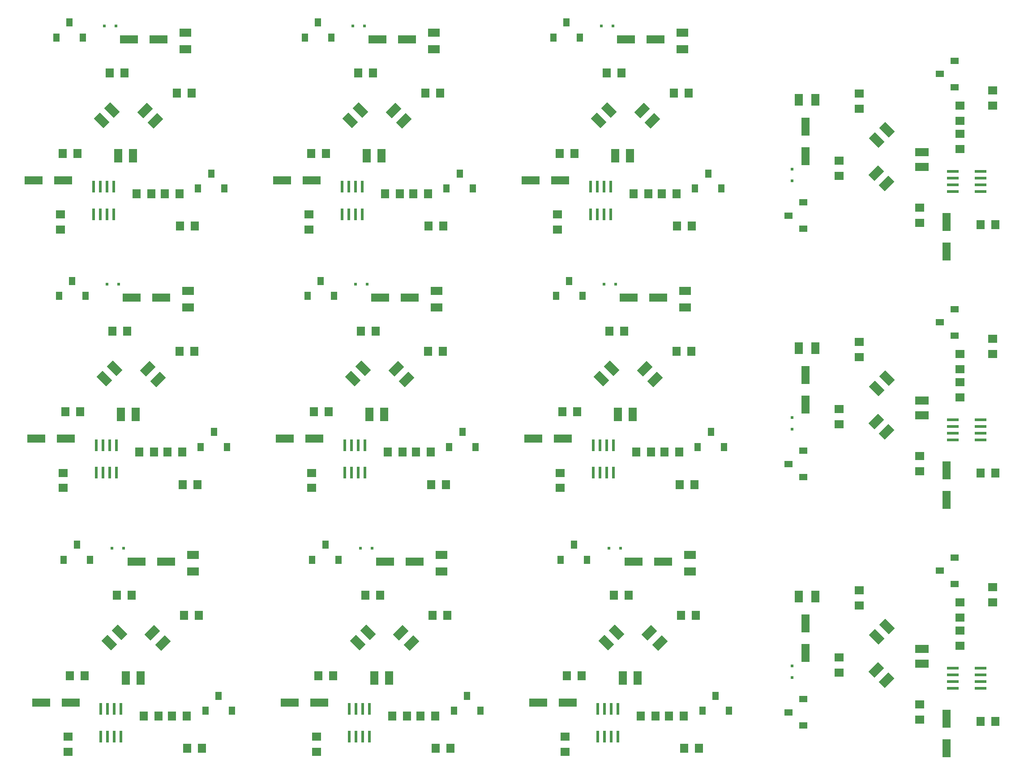
<source format=gtp>
%FSTAX23Y23*%
%MOIN*%
%SFA1B1*%

%IPPOS*%
%AMD16*
4,1,4,0.013900,-0.058300,0.058300,-0.013900,-0.013900,0.058300,-0.058300,0.013900,0.013900,-0.058300,0.0*
%
%AMD18*
4,1,4,-0.058300,-0.013900,-0.013900,-0.058300,0.058300,0.013900,0.013900,0.058300,-0.058300,-0.013900,0.0*
%
%ADD10R,0.023620X0.086610*%
%ADD11R,0.070870X0.062990*%
%ADD12R,0.023620X0.023620*%
%ADD13R,0.047240X0.062990*%
%ADD14R,0.062990X0.070980*%
%ADD15R,0.086610X0.059060*%
G04~CAMADD=16~9~0.0~0.0~629.9~1023.6~0.0~0.0~0~0.0~0.0~0.0~0.0~0~0.0~0.0~0.0~0.0~0~0.0~0.0~0.0~225.0~1166.0~1165.0*
%ADD16D16*%
%ADD17R,0.062990X0.102360*%
G04~CAMADD=18~9~0.0~0.0~629.9~1023.6~0.0~0.0~0~0.0~0.0~0.0~0.0~0~0.0~0.0~0.0~0.0~0~0.0~0.0~0.0~135.0~1166.0~1165.0*
%ADD18D18*%
%ADD19R,0.062990X0.070870*%
%ADD20R,0.137800X0.062990*%
%ADD21R,0.086610X0.023620*%
%ADD22R,0.023620X0.023620*%
%ADD23R,0.062990X0.047240*%
%ADD24R,0.070980X0.062990*%
%ADD25R,0.059060X0.086610*%
%ADD26R,0.102360X0.062990*%
%ADD27R,0.062990X0.137800*%
%LNmergedpcbs-1*%
%LPD*%
G54D10*
X3458Y24732D03*
X3463D03*
X3473D03*
X3458Y24937D03*
X3463D03*
X3473D03*
X3468Y24732D03*
Y24937D03*
X3643Y24732D03*
X3648D03*
X3658D03*
X3643Y24937D03*
X3648D03*
X3658D03*
X3653Y24732D03*
Y24937D03*
X3828Y24732D03*
X3833D03*
X3843D03*
X3828Y24937D03*
X3833D03*
X3843D03*
X3838Y24732D03*
Y24937D03*
X34545Y26697D03*
X34595D03*
X34695D03*
X34545Y26902D03*
X34595D03*
X34695D03*
X34645Y26697D03*
Y26902D03*
X36395Y26697D03*
X36445D03*
X36545D03*
X36395Y26902D03*
X36445D03*
X36545D03*
X36495Y26697D03*
Y26902D03*
X38245Y26697D03*
X38295D03*
X38395D03*
X38245Y26902D03*
X38295D03*
X38395D03*
X38345Y26697D03*
Y26902D03*
X34525Y28622D03*
X34575D03*
X34675D03*
X34525Y28827D03*
X34575D03*
X34675D03*
X34625Y28622D03*
Y28827D03*
X36375Y28622D03*
X36425D03*
X36525D03*
X36375Y28827D03*
X36425D03*
X36525D03*
X36475Y28622D03*
Y28827D03*
X38225Y28622D03*
X38275D03*
X38375D03*
X38225Y28827D03*
X38275D03*
X38375D03*
X38325Y28622D03*
Y28827D03*
G54D11*
X34335Y2473D03*
Y24619D03*
X36185Y2473D03*
Y24619D03*
X38035Y2473D03*
Y24619D03*
X343Y26695D03*
Y26584D03*
X3615Y26695D03*
Y26584D03*
X38Y26695D03*
Y26584D03*
X40975Y2573D03*
Y25619D03*
Y2758D03*
Y27469D03*
Y2943D03*
Y29319D03*
X3428Y2862D03*
Y28509D03*
X3613Y2862D03*
Y28509D03*
X3798Y2862D03*
Y28509D03*
G54D12*
X34748Y26135D03*
X34661D03*
X36598D03*
X36511D03*
X38448D03*
X38361D03*
X34713Y281D03*
X34626D03*
X36563D03*
X36476D03*
X38413D03*
X38326D03*
X34693Y30025D03*
X34606D03*
X36543D03*
X36456D03*
X38393D03*
X38306D03*
G54D13*
X34303Y26049D03*
X345D03*
X34401Y2616D03*
X35358Y24924D03*
X35555D03*
X35456Y25035D03*
X36153Y26049D03*
X3635D03*
X36251Y2616D03*
X37208Y24924D03*
X37405D03*
X37306Y25035D03*
X38003Y26049D03*
X382D03*
X38101Y2616D03*
X39058Y24924D03*
X39255D03*
X39156Y25035D03*
X34268Y28014D03*
X34465D03*
X34366Y28125D03*
X35323Y26889D03*
X3552D03*
X35421Y27D03*
X36118Y28014D03*
X36315D03*
X36216Y28125D03*
X37173Y26889D03*
X3737D03*
X37271Y27D03*
X37968Y28014D03*
X38165D03*
X38066Y28125D03*
X39023Y26889D03*
X3922D03*
X39121Y27D03*
X34248Y29939D03*
X34445D03*
X34346Y3005D03*
X35303Y28814D03*
X355D03*
X35401Y28925D03*
X36098Y29939D03*
X36295D03*
X36196Y3005D03*
X37153Y28814D03*
X3735D03*
X37251Y28925D03*
X37948Y29939D03*
X38145D03*
X38046Y3005D03*
X39003Y28814D03*
X392D03*
X39101Y28925D03*
G54D14*
X3531Y25635D03*
X35199D03*
X34899Y24885D03*
X3501D03*
X35333Y24643D03*
X35222D03*
X34699Y25785D03*
X3481D03*
X3446Y25185D03*
X34349D03*
X3716Y25635D03*
X37049D03*
X36749Y24885D03*
X3686D03*
X37183Y24643D03*
X37072D03*
X36549Y25785D03*
X3666D03*
X3631Y25185D03*
X36199D03*
X3901Y25635D03*
X38899D03*
X38599Y24885D03*
X3871D03*
X39033Y24643D03*
X38922D03*
X38399Y25785D03*
X3851D03*
X3816Y25185D03*
X38049D03*
X35275Y276D03*
X35164D03*
X34864Y2685D03*
X34975D03*
X35298Y26608D03*
X35187D03*
X34664Y2775D03*
X34775D03*
X34425Y2715D03*
X34314D03*
X37125Y276D03*
X37014D03*
X36714Y2685D03*
X36825D03*
X37148Y26608D03*
X37037D03*
X36514Y2775D03*
X36625D03*
X36275Y2715D03*
X36164D03*
X38975Y276D03*
X38864D03*
X38564Y2685D03*
X38675D03*
X38998Y26608D03*
X38887D03*
X38364Y2775D03*
X38475D03*
X38125Y2715D03*
X38014D03*
X35255Y29525D03*
X35144D03*
X34844Y28775D03*
X34955D03*
X35278Y28533D03*
X35167D03*
X34644Y29675D03*
X34755D03*
X34405Y29075D03*
X34294D03*
X37105Y29525D03*
X36994D03*
X36694Y28775D03*
X36805D03*
X37128Y28533D03*
X37017D03*
X36494Y29675D03*
X36605D03*
X36255Y29075D03*
X36144D03*
X38955Y29525D03*
X38844D03*
X38544Y28775D03*
X38655D03*
X38978Y28533D03*
X38867D03*
X38344Y29675D03*
X38455D03*
X38105Y29075D03*
X37994D03*
G54D15*
X35265Y25962D03*
Y26085D03*
X37115Y25962D03*
Y26085D03*
X38965Y25962D03*
Y26085D03*
X3523Y27927D03*
Y2805D03*
X3708Y27927D03*
Y2805D03*
X3893Y27927D03*
Y2805D03*
X3521Y29852D03*
Y29975D03*
X3706Y29852D03*
Y29975D03*
X3891Y29852D03*
Y29975D03*
G54D16*
X34718Y25508D03*
X34641Y25431D03*
X36568Y25508D03*
X36491Y25431D03*
X38418Y25508D03*
X38341Y25431D03*
X34683Y27473D03*
X34606Y27396D03*
X36533Y27473D03*
X36456Y27396D03*
X38383Y27473D03*
X38306Y27396D03*
X40432Y25551D03*
X40354Y25473D03*
X40432Y27401D03*
X40354Y27323D03*
X40432Y29251D03*
X40354Y29173D03*
X34663Y29398D03*
X34586Y29321D03*
X36513Y29398D03*
X36436Y29321D03*
X38363Y29398D03*
X38286Y29321D03*
G54D17*
X34765Y25167D03*
X34875D03*
X36615D03*
X36725D03*
X38465D03*
X38575D03*
X3473Y27132D03*
X3484D03*
X3658D03*
X3669D03*
X3843D03*
X3854D03*
X3471Y29057D03*
X3482D03*
X3656D03*
X3667D03*
X3841D03*
X3852D03*
G54D18*
X35041Y25427D03*
X34963Y25505D03*
X36891Y25427D03*
X36813Y25505D03*
X38741Y25427D03*
X38663Y25505D03*
X35006Y27392D03*
X34928Y2747D03*
X36856Y27392D03*
X36778Y2747D03*
X38706Y27392D03*
X38628Y2747D03*
X40351Y25228D03*
X40428Y25151D03*
X40351Y27078D03*
X40428Y27001D03*
X40351Y28928D03*
X40428Y28851D03*
X34986Y29317D03*
X34908Y29395D03*
X36836Y29317D03*
X36758Y29395D03*
X38686Y29317D03*
X38608Y29395D03*
G54D19*
X3522Y24885D03*
X35109D03*
X3707D03*
X36959D03*
X3892D03*
X38809D03*
X35185Y2685D03*
X35074D03*
X37035D03*
X36924D03*
X38885D03*
X38774D03*
X41129Y24845D03*
X4124D03*
X41129Y26695D03*
X4124D03*
X41129Y28545D03*
X4124D03*
X35165Y28775D03*
X35054D03*
X37015D03*
X36904D03*
X38865D03*
X38754D03*
G54D20*
X35065Y26035D03*
X34844D03*
X34355Y24985D03*
X34134D03*
X36915Y26035D03*
X36694D03*
X36205Y24985D03*
X35984D03*
X38765Y26035D03*
X38544D03*
X38055Y24985D03*
X37834D03*
X3503Y28D03*
X34809D03*
X3432Y2695D03*
X34099D03*
X3688Y28D03*
X36659D03*
X3617Y2695D03*
X35949D03*
X3873Y28D03*
X38509D03*
X3802Y2695D03*
X37799D03*
X3501Y29925D03*
X34789D03*
X343Y28875D03*
X34079D03*
X3686Y29925D03*
X36639D03*
X3615Y28875D03*
X35929D03*
X3871Y29925D03*
X38489D03*
X38Y28875D03*
X37779D03*
G54D21*
X41127Y2509D03*
Y2514D03*
Y2524D03*
X40922Y2509D03*
Y2514D03*
Y2524D03*
X41127Y2519D03*
X40922D03*
X41127Y2694D03*
Y2699D03*
Y2709D03*
X40922Y2694D03*
Y2699D03*
Y2709D03*
X41127Y2704D03*
X40922D03*
X41127Y2879D03*
Y2884D03*
Y2894D03*
X40922Y2879D03*
Y2884D03*
Y2894D03*
X41127Y2889D03*
X40922D03*
G54D22*
X39725Y25258D03*
Y25171D03*
Y27108D03*
Y27021D03*
Y28958D03*
Y28871D03*
G54D23*
X3981Y24813D03*
Y2501D03*
X397Y24911D03*
X40935Y25868D03*
Y26065D03*
X40825Y25966D03*
X3981Y26663D03*
Y2686D03*
X397Y26761D03*
X40935Y27718D03*
Y27915D03*
X40825Y27816D03*
X3981Y28513D03*
Y2871D03*
X397Y28611D03*
X40935Y29568D03*
Y29765D03*
X40825Y29666D03*
G54D24*
X40225Y2582D03*
Y25709D03*
X40975Y25409D03*
Y2552D03*
X41217Y25843D03*
Y25732D03*
X40075Y25209D03*
Y2532D03*
X40675Y2497D03*
Y24859D03*
X40225Y2767D03*
Y27559D03*
X40975Y27259D03*
Y2737D03*
X41217Y27693D03*
Y27582D03*
X40075Y27059D03*
Y2717D03*
X40675Y2682D03*
Y26709D03*
X40225Y2952D03*
Y29409D03*
X40975Y29109D03*
Y2922D03*
X41217Y29543D03*
Y29432D03*
X40075Y28909D03*
Y2902D03*
X40675Y2867D03*
Y28559D03*
G54D25*
X39897Y25775D03*
X39775D03*
X39897Y27625D03*
X39775D03*
X39897Y29475D03*
X39775D03*
G54D26*
X40692Y25275D03*
Y25385D03*
Y27125D03*
Y27235D03*
Y28975D03*
Y29085D03*
G54D27*
X39825Y25575D03*
Y25354D03*
X40875Y24865D03*
Y24644D03*
X39825Y27425D03*
Y27204D03*
X40875Y26715D03*
Y26494D03*
X39825Y29275D03*
Y29054D03*
X40875Y28565D03*
Y28344D03*
M02*
</source>
